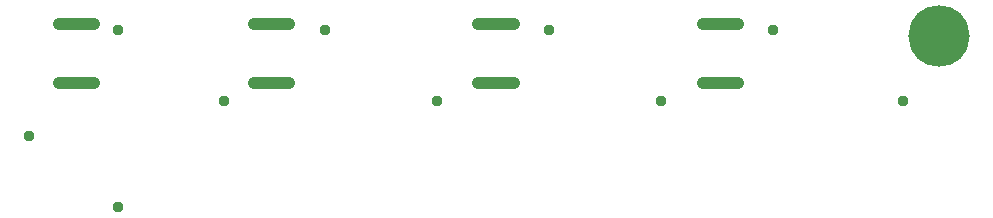
<source format=gbr>
G04 EAGLE Gerber X2 export*
%TF.Part,Single*%
%TF.FileFunction,Soldermask,Bot,1*%
%TF.FilePolarity,Negative*%
%TF.GenerationSoftware,Autodesk,EAGLE,9.0.1*%
%TF.CreationDate,2018-06-03T14:21:38Z*%
G75*
%MOMM*%
%FSLAX34Y34*%
%LPD*%
%AMOC8*
5,1,8,0,0,1.08239X$1,22.5*%
G01*
%ADD10C,1.000000*%
%ADD11C,5.203200*%
%ADD12C,0.959600*%


D10*
X55000Y500000D02*
X85000Y500000D01*
X85000Y450000D02*
X55000Y450000D01*
X220000Y450000D02*
X250000Y450000D01*
X250000Y500000D02*
X220000Y500000D01*
X410000Y500000D02*
X440000Y500000D01*
X440000Y450000D02*
X410000Y450000D01*
X600000Y500000D02*
X630000Y500000D01*
X630000Y450000D02*
X600000Y450000D01*
D11*
X800000Y490000D03*
D12*
X280000Y495000D03*
X105000Y495000D03*
X470000Y495000D03*
X660000Y495000D03*
X105000Y345000D03*
X30000Y405000D03*
X195000Y435000D03*
X375000Y435000D03*
X565000Y435000D03*
X770000Y435000D03*
M02*

</source>
